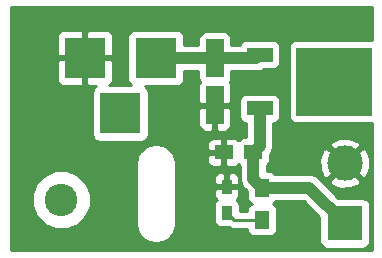
<source format=gbr>
G04 #@! TF.GenerationSoftware,KiCad,Pcbnew,(5.0.0-rc3-dev-2-g101b68b61)*
G04 #@! TF.CreationDate,2018-07-09T03:14:57+02:00*
G04 #@! TF.ProjectId,L7805 reg,4C37383035207265672E6B696361645F,rev?*
G04 #@! TF.SameCoordinates,Original*
G04 #@! TF.FileFunction,Copper,L1,Top,Signal*
G04 #@! TF.FilePolarity,Positive*
%FSLAX46Y46*%
G04 Gerber Fmt 4.6, Leading zero omitted, Abs format (unit mm)*
G04 Created by KiCad (PCBNEW (5.0.0-rc3-dev-2-g101b68b61)) date 07/09/18 03:14:57*
%MOMM*%
%LPD*%
G01*
G04 APERTURE LIST*
G04 #@! TA.AperFunction,WasherPad*
%ADD10C,2.750000*%
G04 #@! TD*
G04 #@! TA.AperFunction,ComponentPad*
%ADD11R,3.500000X3.500000*%
G04 #@! TD*
G04 #@! TA.AperFunction,SMDPad,CuDef*
%ADD12R,1.500000X3.200000*%
G04 #@! TD*
G04 #@! TA.AperFunction,SMDPad,CuDef*
%ADD13R,1.500000X1.250000*%
G04 #@! TD*
G04 #@! TA.AperFunction,SMDPad,CuDef*
%ADD14R,0.900000X1.200000*%
G04 #@! TD*
G04 #@! TA.AperFunction,ComponentPad*
%ADD15C,3.000000*%
G04 #@! TD*
G04 #@! TA.AperFunction,ComponentPad*
%ADD16R,3.000000X3.000000*%
G04 #@! TD*
G04 #@! TA.AperFunction,SMDPad,CuDef*
%ADD17R,1.300000X1.500000*%
G04 #@! TD*
G04 #@! TA.AperFunction,SMDPad,CuDef*
%ADD18R,3.050000X2.750000*%
G04 #@! TD*
G04 #@! TA.AperFunction,SMDPad,CuDef*
%ADD19R,6.400000X5.800000*%
G04 #@! TD*
G04 #@! TA.AperFunction,SMDPad,CuDef*
%ADD20R,2.200000X1.200000*%
G04 #@! TD*
G04 #@! TA.AperFunction,ViaPad*
%ADD21C,0.800000*%
G04 #@! TD*
G04 #@! TA.AperFunction,Conductor*
%ADD22C,1.000000*%
G04 #@! TD*
G04 #@! TA.AperFunction,Conductor*
%ADD23C,0.250000*%
G04 #@! TD*
G04 #@! TA.AperFunction,Conductor*
%ADD24C,0.254000*%
G04 #@! TD*
G04 APERTURE END LIST*
D10*
G04 #@! TO.P,MK1,*
G04 #@! TO.N,*
X68200000Y-83120000D03*
G04 #@! TD*
D11*
G04 #@! TO.P,J2,3*
G04 #@! TO.N,N/C*
X73200000Y-75820000D03*
G04 #@! TO.P,J2,2*
G04 #@! TO.N,GND*
X70200000Y-71120000D03*
G04 #@! TO.P,J2,1*
G04 #@! TO.N,+12V*
X76200000Y-71120000D03*
G04 #@! TD*
D12*
G04 #@! TO.P,C1,2*
G04 #@! TO.N,GND*
X81200000Y-75120000D03*
G04 #@! TO.P,C1,1*
G04 #@! TO.N,+12V*
X81200000Y-71120000D03*
G04 #@! TD*
D13*
G04 #@! TO.P,C2,2*
G04 #@! TO.N,GND*
X81950000Y-79120000D03*
G04 #@! TO.P,C2,1*
G04 #@! TO.N,Net-(C2-Pad1)*
X84450000Y-79120000D03*
G04 #@! TD*
D14*
G04 #@! TO.P,D1,2*
G04 #@! TO.N,Net-(D1-Pad2)*
X82200000Y-84220000D03*
G04 #@! TO.P,D1,1*
G04 #@! TO.N,GND*
X82200000Y-82020000D03*
G04 #@! TD*
D15*
G04 #@! TO.P,J1,2*
G04 #@! TO.N,GND*
X92200000Y-80040000D03*
D16*
G04 #@! TO.P,J1,1*
G04 #@! TO.N,Net-(C2-Pad1)*
X92200000Y-85120000D03*
G04 #@! TD*
D17*
G04 #@! TO.P,R1,2*
G04 #@! TO.N,Net-(D1-Pad2)*
X85200000Y-84820000D03*
G04 #@! TO.P,R1,1*
G04 #@! TO.N,Net-(C2-Pad1)*
X85200000Y-82120000D03*
G04 #@! TD*
D18*
G04 #@! TO.P,U1,2*
G04 #@! TO.N,GND*
X89625000Y-74645000D03*
X92975000Y-71595000D03*
X89625000Y-71595000D03*
X92975000Y-74645000D03*
D19*
X91300000Y-73120000D03*
D20*
G04 #@! TO.P,U1,3*
G04 #@! TO.N,Net-(C2-Pad1)*
X85000000Y-75400000D03*
G04 #@! TO.P,U1,1*
G04 #@! TO.N,+12V*
X85000000Y-70840000D03*
G04 #@! TD*
D21*
G04 #@! TO.N,GND*
X89200000Y-71120000D03*
X90200000Y-71120000D03*
X91200000Y-71120000D03*
X92200000Y-71120000D03*
X93200000Y-71120000D03*
X89200000Y-72120000D03*
X90200000Y-72120000D03*
X91200000Y-72120000D03*
X92200000Y-72120000D03*
X93200000Y-72120000D03*
X89200000Y-73120000D03*
X90200000Y-73120000D03*
X91200000Y-73120000D03*
X92200000Y-73120000D03*
X93200000Y-73120000D03*
X89200000Y-74120000D03*
X90200000Y-74120000D03*
X91200000Y-74120000D03*
X92200000Y-74120000D03*
X93200000Y-74120000D03*
X89200000Y-75120000D03*
X90200000Y-75120000D03*
X91200000Y-75120000D03*
X92200000Y-75120000D03*
X93200000Y-75120000D03*
G04 #@! TD*
D22*
G04 #@! TO.N,+12V*
X76200000Y-71120000D02*
X81200000Y-71120000D01*
X84720000Y-71120000D02*
X85000000Y-70840000D01*
X81200000Y-71120000D02*
X84720000Y-71120000D01*
G04 #@! TO.N,Net-(C2-Pad1)*
X85000000Y-78570000D02*
X84450000Y-79120000D01*
X85000000Y-75400000D02*
X85000000Y-78570000D01*
X84450000Y-81370000D02*
X85200000Y-82120000D01*
X84450000Y-79120000D02*
X84450000Y-81370000D01*
X89200000Y-82120000D02*
X92200000Y-85120000D01*
X85200000Y-82120000D02*
X89200000Y-82120000D01*
D23*
G04 #@! TO.N,Net-(D1-Pad2)*
X82800000Y-84820000D02*
X82200000Y-84220000D01*
X85200000Y-84820000D02*
X82800000Y-84820000D01*
G04 #@! TD*
D24*
G04 #@! TO.N,GND*
G36*
X94490000Y-69585000D02*
X91323691Y-69585000D01*
X91300000Y-69594813D01*
X91276309Y-69585000D01*
X87973691Y-69585000D01*
X87740302Y-69681673D01*
X87561673Y-69860301D01*
X87465000Y-70093690D01*
X87465000Y-73096310D01*
X87474813Y-73120000D01*
X87465000Y-73143690D01*
X87465000Y-76146310D01*
X87561673Y-76379699D01*
X87740302Y-76558327D01*
X87973691Y-76655000D01*
X91276309Y-76655000D01*
X91300000Y-76645187D01*
X91323691Y-76655000D01*
X94490000Y-76655000D01*
X94490001Y-87410000D01*
X63910000Y-87410000D01*
X63910000Y-82622321D01*
X65698000Y-82622321D01*
X65698000Y-83617679D01*
X66078907Y-84537269D01*
X66782731Y-85241093D01*
X67702321Y-85622000D01*
X68697679Y-85622000D01*
X69617269Y-85241093D01*
X70321093Y-84537269D01*
X70702000Y-83617679D01*
X70702000Y-82622321D01*
X70321093Y-81702731D01*
X69617269Y-80998907D01*
X68697679Y-80618000D01*
X67702321Y-80618000D01*
X66782731Y-80998907D01*
X66078907Y-81702731D01*
X65698000Y-82622321D01*
X63910000Y-82622321D01*
X63910000Y-80050075D01*
X74490000Y-80050075D01*
X74490001Y-85189926D01*
X74503642Y-85258504D01*
X74503642Y-85258513D01*
X74579762Y-85641196D01*
X74599395Y-85688593D01*
X74685776Y-85897138D01*
X74902549Y-86221561D01*
X74902550Y-86221562D01*
X75098438Y-86417451D01*
X75422862Y-86634223D01*
X75528877Y-86678136D01*
X75678804Y-86740238D01*
X76061486Y-86816358D01*
X76338513Y-86816358D01*
X76721196Y-86740238D01*
X76796160Y-86709187D01*
X76977138Y-86634224D01*
X77301561Y-86417451D01*
X77301562Y-86417450D01*
X77497451Y-86221562D01*
X77714223Y-85897138D01*
X77759096Y-85788805D01*
X77820238Y-85641196D01*
X77896358Y-85258514D01*
X77896358Y-85258509D01*
X77910000Y-85189926D01*
X77910000Y-83620000D01*
X81102560Y-83620000D01*
X81102560Y-84820000D01*
X81151843Y-85067765D01*
X81292191Y-85277809D01*
X81502235Y-85418157D01*
X81750000Y-85467440D01*
X82401000Y-85467440D01*
X82503463Y-85535904D01*
X82725148Y-85580000D01*
X82725152Y-85580000D01*
X82799999Y-85594888D01*
X82874846Y-85580000D01*
X83904549Y-85580000D01*
X83951843Y-85817765D01*
X84092191Y-86027809D01*
X84302235Y-86168157D01*
X84550000Y-86217440D01*
X85850000Y-86217440D01*
X86097765Y-86168157D01*
X86307809Y-86027809D01*
X86448157Y-85817765D01*
X86497440Y-85570000D01*
X86497440Y-84070000D01*
X86448157Y-83822235D01*
X86307809Y-83612191D01*
X86097765Y-83471843D01*
X86088500Y-83470000D01*
X86097765Y-83468157D01*
X86307809Y-83327809D01*
X86356459Y-83255000D01*
X88729869Y-83255000D01*
X90052560Y-84577692D01*
X90052560Y-86620000D01*
X90101843Y-86867765D01*
X90242191Y-87077809D01*
X90452235Y-87218157D01*
X90700000Y-87267440D01*
X93700000Y-87267440D01*
X93947765Y-87218157D01*
X94157809Y-87077809D01*
X94298157Y-86867765D01*
X94347440Y-86620000D01*
X94347440Y-83620000D01*
X94298157Y-83372235D01*
X94157809Y-83162191D01*
X93947765Y-83021843D01*
X93700000Y-82972560D01*
X91657692Y-82972560D01*
X90239102Y-81553970D01*
X90865635Y-81553970D01*
X91025418Y-81872739D01*
X91816187Y-82182723D01*
X92665387Y-82166497D01*
X93374582Y-81872739D01*
X93534365Y-81553970D01*
X92200000Y-80219605D01*
X90865635Y-81553970D01*
X90239102Y-81553970D01*
X90081613Y-81396482D01*
X90018289Y-81301711D01*
X89642855Y-81050854D01*
X89311783Y-80985000D01*
X89200000Y-80962765D01*
X89088217Y-80985000D01*
X86356459Y-80985000D01*
X86307809Y-80912191D01*
X86097765Y-80771843D01*
X85850000Y-80722560D01*
X85585000Y-80722560D01*
X85585000Y-80251459D01*
X85657809Y-80202809D01*
X85798157Y-79992765D01*
X85847440Y-79745000D01*
X85847440Y-79656187D01*
X90057277Y-79656187D01*
X90073503Y-80505387D01*
X90367261Y-81214582D01*
X90686030Y-81374365D01*
X92020395Y-80040000D01*
X92379605Y-80040000D01*
X93713970Y-81374365D01*
X94032739Y-81214582D01*
X94342723Y-80423813D01*
X94326497Y-79574613D01*
X94032739Y-78865418D01*
X93713970Y-78705635D01*
X92379605Y-80040000D01*
X92020395Y-80040000D01*
X90686030Y-78705635D01*
X90367261Y-78865418D01*
X90057277Y-79656187D01*
X85847440Y-79656187D01*
X85847440Y-79344661D01*
X86069146Y-79012855D01*
X86135000Y-78681783D01*
X86157235Y-78570001D01*
X86148489Y-78526030D01*
X90865635Y-78526030D01*
X92200000Y-79860395D01*
X93534365Y-78526030D01*
X93374582Y-78207261D01*
X92583813Y-77897277D01*
X91734613Y-77913503D01*
X91025418Y-78207261D01*
X90865635Y-78526030D01*
X86148489Y-78526030D01*
X86135000Y-78458219D01*
X86135000Y-76640478D01*
X86347765Y-76598157D01*
X86557809Y-76457809D01*
X86698157Y-76247765D01*
X86747440Y-76000000D01*
X86747440Y-74800000D01*
X86698157Y-74552235D01*
X86557809Y-74342191D01*
X86347765Y-74201843D01*
X86100000Y-74152560D01*
X83900000Y-74152560D01*
X83652235Y-74201843D01*
X83442191Y-74342191D01*
X83301843Y-74552235D01*
X83252560Y-74800000D01*
X83252560Y-76000000D01*
X83301843Y-76247765D01*
X83442191Y-76457809D01*
X83652235Y-76598157D01*
X83865000Y-76640478D01*
X83865001Y-77847560D01*
X83700000Y-77847560D01*
X83452235Y-77896843D01*
X83242191Y-78037191D01*
X83201346Y-78098320D01*
X83059698Y-77956673D01*
X82826309Y-77860000D01*
X82235750Y-77860000D01*
X82077000Y-78018750D01*
X82077000Y-78993000D01*
X82097000Y-78993000D01*
X82097000Y-79247000D01*
X82077000Y-79247000D01*
X82077000Y-80221250D01*
X82235750Y-80380000D01*
X82826309Y-80380000D01*
X83059698Y-80283327D01*
X83201346Y-80141680D01*
X83242191Y-80202809D01*
X83315001Y-80251459D01*
X83315001Y-81258212D01*
X83292765Y-81370000D01*
X83380854Y-81812854D01*
X83380855Y-81812855D01*
X83631712Y-82188289D01*
X83726479Y-82251611D01*
X83902560Y-82427691D01*
X83902560Y-82870000D01*
X83951843Y-83117765D01*
X84092191Y-83327809D01*
X84302235Y-83468157D01*
X84311500Y-83470000D01*
X84302235Y-83471843D01*
X84092191Y-83612191D01*
X83951843Y-83822235D01*
X83904549Y-84060000D01*
X83297440Y-84060000D01*
X83297440Y-83620000D01*
X83248157Y-83372235D01*
X83107809Y-83162191D01*
X83046680Y-83121346D01*
X83188327Y-82979698D01*
X83285000Y-82746309D01*
X83285000Y-82305750D01*
X83126250Y-82147000D01*
X82327000Y-82147000D01*
X82327000Y-82167000D01*
X82073000Y-82167000D01*
X82073000Y-82147000D01*
X81273750Y-82147000D01*
X81115000Y-82305750D01*
X81115000Y-82746309D01*
X81211673Y-82979698D01*
X81353320Y-83121346D01*
X81292191Y-83162191D01*
X81151843Y-83372235D01*
X81102560Y-83620000D01*
X77910000Y-83620000D01*
X77910000Y-81293691D01*
X81115000Y-81293691D01*
X81115000Y-81734250D01*
X81273750Y-81893000D01*
X82073000Y-81893000D01*
X82073000Y-80943750D01*
X82327000Y-80943750D01*
X82327000Y-81893000D01*
X83126250Y-81893000D01*
X83285000Y-81734250D01*
X83285000Y-81293691D01*
X83188327Y-81060302D01*
X83009699Y-80881673D01*
X82776310Y-80785000D01*
X82485750Y-80785000D01*
X82327000Y-80943750D01*
X82073000Y-80943750D01*
X81914250Y-80785000D01*
X81623690Y-80785000D01*
X81390301Y-80881673D01*
X81211673Y-81060302D01*
X81115000Y-81293691D01*
X77910000Y-81293691D01*
X77910000Y-80050074D01*
X77896358Y-79981491D01*
X77896358Y-79981486D01*
X77820238Y-79598804D01*
X77740272Y-79405750D01*
X80565000Y-79405750D01*
X80565000Y-79871310D01*
X80661673Y-80104699D01*
X80840302Y-80283327D01*
X81073691Y-80380000D01*
X81664250Y-80380000D01*
X81823000Y-80221250D01*
X81823000Y-79247000D01*
X80723750Y-79247000D01*
X80565000Y-79405750D01*
X77740272Y-79405750D01*
X77714223Y-79342863D01*
X77714223Y-79342862D01*
X77497451Y-79018438D01*
X77301562Y-78822550D01*
X77301561Y-78822549D01*
X76977138Y-78605776D01*
X76784612Y-78526030D01*
X76721196Y-78499762D01*
X76338513Y-78423642D01*
X76061486Y-78423642D01*
X75678804Y-78499762D01*
X75606632Y-78529657D01*
X75422862Y-78605777D01*
X75098438Y-78822549D01*
X74939501Y-78981487D01*
X74902549Y-79018439D01*
X74685776Y-79342862D01*
X74640904Y-79451195D01*
X74579762Y-79598804D01*
X74503642Y-79981487D01*
X74503642Y-79981492D01*
X74490000Y-80050075D01*
X63910000Y-80050075D01*
X63910000Y-78368690D01*
X80565000Y-78368690D01*
X80565000Y-78834250D01*
X80723750Y-78993000D01*
X81823000Y-78993000D01*
X81823000Y-78018750D01*
X81664250Y-77860000D01*
X81073691Y-77860000D01*
X80840302Y-77956673D01*
X80661673Y-78135301D01*
X80565000Y-78368690D01*
X63910000Y-78368690D01*
X63910000Y-71405750D01*
X67815000Y-71405750D01*
X67815000Y-72996310D01*
X67911673Y-73229699D01*
X68090302Y-73408327D01*
X68323691Y-73505000D01*
X69914250Y-73505000D01*
X70073000Y-73346250D01*
X70073000Y-71247000D01*
X70327000Y-71247000D01*
X70327000Y-73346250D01*
X70485750Y-73505000D01*
X71152612Y-73505000D01*
X70992191Y-73612191D01*
X70851843Y-73822235D01*
X70802560Y-74070000D01*
X70802560Y-77570000D01*
X70851843Y-77817765D01*
X70992191Y-78027809D01*
X71202235Y-78168157D01*
X71450000Y-78217440D01*
X74950000Y-78217440D01*
X75197765Y-78168157D01*
X75407809Y-78027809D01*
X75548157Y-77817765D01*
X75597440Y-77570000D01*
X75597440Y-75405750D01*
X79815000Y-75405750D01*
X79815000Y-76846309D01*
X79911673Y-77079698D01*
X80090301Y-77258327D01*
X80323690Y-77355000D01*
X80914250Y-77355000D01*
X81073000Y-77196250D01*
X81073000Y-75247000D01*
X81327000Y-75247000D01*
X81327000Y-77196250D01*
X81485750Y-77355000D01*
X82076310Y-77355000D01*
X82309699Y-77258327D01*
X82488327Y-77079698D01*
X82585000Y-76846309D01*
X82585000Y-75405750D01*
X82426250Y-75247000D01*
X81327000Y-75247000D01*
X81073000Y-75247000D01*
X79973750Y-75247000D01*
X79815000Y-75405750D01*
X75597440Y-75405750D01*
X75597440Y-74070000D01*
X75548157Y-73822235D01*
X75407809Y-73612191D01*
X75266005Y-73517440D01*
X77950000Y-73517440D01*
X78197765Y-73468157D01*
X78407809Y-73327809D01*
X78548157Y-73117765D01*
X78597440Y-72870000D01*
X78597440Y-72255000D01*
X79802560Y-72255000D01*
X79802560Y-72720000D01*
X79851843Y-72967765D01*
X79952927Y-73119047D01*
X79911673Y-73160302D01*
X79815000Y-73393691D01*
X79815000Y-74834250D01*
X79973750Y-74993000D01*
X81073000Y-74993000D01*
X81073000Y-74973000D01*
X81327000Y-74973000D01*
X81327000Y-74993000D01*
X82426250Y-74993000D01*
X82585000Y-74834250D01*
X82585000Y-73393691D01*
X82488327Y-73160302D01*
X82447073Y-73119047D01*
X82548157Y-72967765D01*
X82597440Y-72720000D01*
X82597440Y-72255000D01*
X84608217Y-72255000D01*
X84720000Y-72277235D01*
X84831783Y-72255000D01*
X85162855Y-72189146D01*
X85315069Y-72087440D01*
X86100000Y-72087440D01*
X86347765Y-72038157D01*
X86557809Y-71897809D01*
X86698157Y-71687765D01*
X86747440Y-71440000D01*
X86747440Y-70240000D01*
X86698157Y-69992235D01*
X86557809Y-69782191D01*
X86347765Y-69641843D01*
X86100000Y-69592560D01*
X83900000Y-69592560D01*
X83652235Y-69641843D01*
X83442191Y-69782191D01*
X83306677Y-69985000D01*
X82597440Y-69985000D01*
X82597440Y-69520000D01*
X82548157Y-69272235D01*
X82407809Y-69062191D01*
X82197765Y-68921843D01*
X81950000Y-68872560D01*
X80450000Y-68872560D01*
X80202235Y-68921843D01*
X79992191Y-69062191D01*
X79851843Y-69272235D01*
X79802560Y-69520000D01*
X79802560Y-69985000D01*
X78597440Y-69985000D01*
X78597440Y-69370000D01*
X78548157Y-69122235D01*
X78407809Y-68912191D01*
X78197765Y-68771843D01*
X77950000Y-68722560D01*
X74450000Y-68722560D01*
X74202235Y-68771843D01*
X73992191Y-68912191D01*
X73851843Y-69122235D01*
X73802560Y-69370000D01*
X73802560Y-72870000D01*
X73851843Y-73117765D01*
X73992191Y-73327809D01*
X74133995Y-73422560D01*
X72275337Y-73422560D01*
X72309698Y-73408327D01*
X72488327Y-73229699D01*
X72585000Y-72996310D01*
X72585000Y-71405750D01*
X72426250Y-71247000D01*
X70327000Y-71247000D01*
X70073000Y-71247000D01*
X67973750Y-71247000D01*
X67815000Y-71405750D01*
X63910000Y-71405750D01*
X63910000Y-69243690D01*
X67815000Y-69243690D01*
X67815000Y-70834250D01*
X67973750Y-70993000D01*
X70073000Y-70993000D01*
X70073000Y-68893750D01*
X70327000Y-68893750D01*
X70327000Y-70993000D01*
X72426250Y-70993000D01*
X72585000Y-70834250D01*
X72585000Y-69243690D01*
X72488327Y-69010301D01*
X72309698Y-68831673D01*
X72076309Y-68735000D01*
X70485750Y-68735000D01*
X70327000Y-68893750D01*
X70073000Y-68893750D01*
X69914250Y-68735000D01*
X68323691Y-68735000D01*
X68090302Y-68831673D01*
X67911673Y-69010301D01*
X67815000Y-69243690D01*
X63910000Y-69243690D01*
X63910000Y-66830000D01*
X94490000Y-66830000D01*
X94490000Y-69585000D01*
X94490000Y-69585000D01*
G37*
X94490000Y-69585000D02*
X91323691Y-69585000D01*
X91300000Y-69594813D01*
X91276309Y-69585000D01*
X87973691Y-69585000D01*
X87740302Y-69681673D01*
X87561673Y-69860301D01*
X87465000Y-70093690D01*
X87465000Y-73096310D01*
X87474813Y-73120000D01*
X87465000Y-73143690D01*
X87465000Y-76146310D01*
X87561673Y-76379699D01*
X87740302Y-76558327D01*
X87973691Y-76655000D01*
X91276309Y-76655000D01*
X91300000Y-76645187D01*
X91323691Y-76655000D01*
X94490000Y-76655000D01*
X94490001Y-87410000D01*
X63910000Y-87410000D01*
X63910000Y-82622321D01*
X65698000Y-82622321D01*
X65698000Y-83617679D01*
X66078907Y-84537269D01*
X66782731Y-85241093D01*
X67702321Y-85622000D01*
X68697679Y-85622000D01*
X69617269Y-85241093D01*
X70321093Y-84537269D01*
X70702000Y-83617679D01*
X70702000Y-82622321D01*
X70321093Y-81702731D01*
X69617269Y-80998907D01*
X68697679Y-80618000D01*
X67702321Y-80618000D01*
X66782731Y-80998907D01*
X66078907Y-81702731D01*
X65698000Y-82622321D01*
X63910000Y-82622321D01*
X63910000Y-80050075D01*
X74490000Y-80050075D01*
X74490001Y-85189926D01*
X74503642Y-85258504D01*
X74503642Y-85258513D01*
X74579762Y-85641196D01*
X74599395Y-85688593D01*
X74685776Y-85897138D01*
X74902549Y-86221561D01*
X74902550Y-86221562D01*
X75098438Y-86417451D01*
X75422862Y-86634223D01*
X75528877Y-86678136D01*
X75678804Y-86740238D01*
X76061486Y-86816358D01*
X76338513Y-86816358D01*
X76721196Y-86740238D01*
X76796160Y-86709187D01*
X76977138Y-86634224D01*
X77301561Y-86417451D01*
X77301562Y-86417450D01*
X77497451Y-86221562D01*
X77714223Y-85897138D01*
X77759096Y-85788805D01*
X77820238Y-85641196D01*
X77896358Y-85258514D01*
X77896358Y-85258509D01*
X77910000Y-85189926D01*
X77910000Y-83620000D01*
X81102560Y-83620000D01*
X81102560Y-84820000D01*
X81151843Y-85067765D01*
X81292191Y-85277809D01*
X81502235Y-85418157D01*
X81750000Y-85467440D01*
X82401000Y-85467440D01*
X82503463Y-85535904D01*
X82725148Y-85580000D01*
X82725152Y-85580000D01*
X82799999Y-85594888D01*
X82874846Y-85580000D01*
X83904549Y-85580000D01*
X83951843Y-85817765D01*
X84092191Y-86027809D01*
X84302235Y-86168157D01*
X84550000Y-86217440D01*
X85850000Y-86217440D01*
X86097765Y-86168157D01*
X86307809Y-86027809D01*
X86448157Y-85817765D01*
X86497440Y-85570000D01*
X86497440Y-84070000D01*
X86448157Y-83822235D01*
X86307809Y-83612191D01*
X86097765Y-83471843D01*
X86088500Y-83470000D01*
X86097765Y-83468157D01*
X86307809Y-83327809D01*
X86356459Y-83255000D01*
X88729869Y-83255000D01*
X90052560Y-84577692D01*
X90052560Y-86620000D01*
X90101843Y-86867765D01*
X90242191Y-87077809D01*
X90452235Y-87218157D01*
X90700000Y-87267440D01*
X93700000Y-87267440D01*
X93947765Y-87218157D01*
X94157809Y-87077809D01*
X94298157Y-86867765D01*
X94347440Y-86620000D01*
X94347440Y-83620000D01*
X94298157Y-83372235D01*
X94157809Y-83162191D01*
X93947765Y-83021843D01*
X93700000Y-82972560D01*
X91657692Y-82972560D01*
X90239102Y-81553970D01*
X90865635Y-81553970D01*
X91025418Y-81872739D01*
X91816187Y-82182723D01*
X92665387Y-82166497D01*
X93374582Y-81872739D01*
X93534365Y-81553970D01*
X92200000Y-80219605D01*
X90865635Y-81553970D01*
X90239102Y-81553970D01*
X90081613Y-81396482D01*
X90018289Y-81301711D01*
X89642855Y-81050854D01*
X89311783Y-80985000D01*
X89200000Y-80962765D01*
X89088217Y-80985000D01*
X86356459Y-80985000D01*
X86307809Y-80912191D01*
X86097765Y-80771843D01*
X85850000Y-80722560D01*
X85585000Y-80722560D01*
X85585000Y-80251459D01*
X85657809Y-80202809D01*
X85798157Y-79992765D01*
X85847440Y-79745000D01*
X85847440Y-79656187D01*
X90057277Y-79656187D01*
X90073503Y-80505387D01*
X90367261Y-81214582D01*
X90686030Y-81374365D01*
X92020395Y-80040000D01*
X92379605Y-80040000D01*
X93713970Y-81374365D01*
X94032739Y-81214582D01*
X94342723Y-80423813D01*
X94326497Y-79574613D01*
X94032739Y-78865418D01*
X93713970Y-78705635D01*
X92379605Y-80040000D01*
X92020395Y-80040000D01*
X90686030Y-78705635D01*
X90367261Y-78865418D01*
X90057277Y-79656187D01*
X85847440Y-79656187D01*
X85847440Y-79344661D01*
X86069146Y-79012855D01*
X86135000Y-78681783D01*
X86157235Y-78570001D01*
X86148489Y-78526030D01*
X90865635Y-78526030D01*
X92200000Y-79860395D01*
X93534365Y-78526030D01*
X93374582Y-78207261D01*
X92583813Y-77897277D01*
X91734613Y-77913503D01*
X91025418Y-78207261D01*
X90865635Y-78526030D01*
X86148489Y-78526030D01*
X86135000Y-78458219D01*
X86135000Y-76640478D01*
X86347765Y-76598157D01*
X86557809Y-76457809D01*
X86698157Y-76247765D01*
X86747440Y-76000000D01*
X86747440Y-74800000D01*
X86698157Y-74552235D01*
X86557809Y-74342191D01*
X86347765Y-74201843D01*
X86100000Y-74152560D01*
X83900000Y-74152560D01*
X83652235Y-74201843D01*
X83442191Y-74342191D01*
X83301843Y-74552235D01*
X83252560Y-74800000D01*
X83252560Y-76000000D01*
X83301843Y-76247765D01*
X83442191Y-76457809D01*
X83652235Y-76598157D01*
X83865000Y-76640478D01*
X83865001Y-77847560D01*
X83700000Y-77847560D01*
X83452235Y-77896843D01*
X83242191Y-78037191D01*
X83201346Y-78098320D01*
X83059698Y-77956673D01*
X82826309Y-77860000D01*
X82235750Y-77860000D01*
X82077000Y-78018750D01*
X82077000Y-78993000D01*
X82097000Y-78993000D01*
X82097000Y-79247000D01*
X82077000Y-79247000D01*
X82077000Y-80221250D01*
X82235750Y-80380000D01*
X82826309Y-80380000D01*
X83059698Y-80283327D01*
X83201346Y-80141680D01*
X83242191Y-80202809D01*
X83315001Y-80251459D01*
X83315001Y-81258212D01*
X83292765Y-81370000D01*
X83380854Y-81812854D01*
X83380855Y-81812855D01*
X83631712Y-82188289D01*
X83726479Y-82251611D01*
X83902560Y-82427691D01*
X83902560Y-82870000D01*
X83951843Y-83117765D01*
X84092191Y-83327809D01*
X84302235Y-83468157D01*
X84311500Y-83470000D01*
X84302235Y-83471843D01*
X84092191Y-83612191D01*
X83951843Y-83822235D01*
X83904549Y-84060000D01*
X83297440Y-84060000D01*
X83297440Y-83620000D01*
X83248157Y-83372235D01*
X83107809Y-83162191D01*
X83046680Y-83121346D01*
X83188327Y-82979698D01*
X83285000Y-82746309D01*
X83285000Y-82305750D01*
X83126250Y-82147000D01*
X82327000Y-82147000D01*
X82327000Y-82167000D01*
X82073000Y-82167000D01*
X82073000Y-82147000D01*
X81273750Y-82147000D01*
X81115000Y-82305750D01*
X81115000Y-82746309D01*
X81211673Y-82979698D01*
X81353320Y-83121346D01*
X81292191Y-83162191D01*
X81151843Y-83372235D01*
X81102560Y-83620000D01*
X77910000Y-83620000D01*
X77910000Y-81293691D01*
X81115000Y-81293691D01*
X81115000Y-81734250D01*
X81273750Y-81893000D01*
X82073000Y-81893000D01*
X82073000Y-80943750D01*
X82327000Y-80943750D01*
X82327000Y-81893000D01*
X83126250Y-81893000D01*
X83285000Y-81734250D01*
X83285000Y-81293691D01*
X83188327Y-81060302D01*
X83009699Y-80881673D01*
X82776310Y-80785000D01*
X82485750Y-80785000D01*
X82327000Y-80943750D01*
X82073000Y-80943750D01*
X81914250Y-80785000D01*
X81623690Y-80785000D01*
X81390301Y-80881673D01*
X81211673Y-81060302D01*
X81115000Y-81293691D01*
X77910000Y-81293691D01*
X77910000Y-80050074D01*
X77896358Y-79981491D01*
X77896358Y-79981486D01*
X77820238Y-79598804D01*
X77740272Y-79405750D01*
X80565000Y-79405750D01*
X80565000Y-79871310D01*
X80661673Y-80104699D01*
X80840302Y-80283327D01*
X81073691Y-80380000D01*
X81664250Y-80380000D01*
X81823000Y-80221250D01*
X81823000Y-79247000D01*
X80723750Y-79247000D01*
X80565000Y-79405750D01*
X77740272Y-79405750D01*
X77714223Y-79342863D01*
X77714223Y-79342862D01*
X77497451Y-79018438D01*
X77301562Y-78822550D01*
X77301561Y-78822549D01*
X76977138Y-78605776D01*
X76784612Y-78526030D01*
X76721196Y-78499762D01*
X76338513Y-78423642D01*
X76061486Y-78423642D01*
X75678804Y-78499762D01*
X75606632Y-78529657D01*
X75422862Y-78605777D01*
X75098438Y-78822549D01*
X74939501Y-78981487D01*
X74902549Y-79018439D01*
X74685776Y-79342862D01*
X74640904Y-79451195D01*
X74579762Y-79598804D01*
X74503642Y-79981487D01*
X74503642Y-79981492D01*
X74490000Y-80050075D01*
X63910000Y-80050075D01*
X63910000Y-78368690D01*
X80565000Y-78368690D01*
X80565000Y-78834250D01*
X80723750Y-78993000D01*
X81823000Y-78993000D01*
X81823000Y-78018750D01*
X81664250Y-77860000D01*
X81073691Y-77860000D01*
X80840302Y-77956673D01*
X80661673Y-78135301D01*
X80565000Y-78368690D01*
X63910000Y-78368690D01*
X63910000Y-71405750D01*
X67815000Y-71405750D01*
X67815000Y-72996310D01*
X67911673Y-73229699D01*
X68090302Y-73408327D01*
X68323691Y-73505000D01*
X69914250Y-73505000D01*
X70073000Y-73346250D01*
X70073000Y-71247000D01*
X70327000Y-71247000D01*
X70327000Y-73346250D01*
X70485750Y-73505000D01*
X71152612Y-73505000D01*
X70992191Y-73612191D01*
X70851843Y-73822235D01*
X70802560Y-74070000D01*
X70802560Y-77570000D01*
X70851843Y-77817765D01*
X70992191Y-78027809D01*
X71202235Y-78168157D01*
X71450000Y-78217440D01*
X74950000Y-78217440D01*
X75197765Y-78168157D01*
X75407809Y-78027809D01*
X75548157Y-77817765D01*
X75597440Y-77570000D01*
X75597440Y-75405750D01*
X79815000Y-75405750D01*
X79815000Y-76846309D01*
X79911673Y-77079698D01*
X80090301Y-77258327D01*
X80323690Y-77355000D01*
X80914250Y-77355000D01*
X81073000Y-77196250D01*
X81073000Y-75247000D01*
X81327000Y-75247000D01*
X81327000Y-77196250D01*
X81485750Y-77355000D01*
X82076310Y-77355000D01*
X82309699Y-77258327D01*
X82488327Y-77079698D01*
X82585000Y-76846309D01*
X82585000Y-75405750D01*
X82426250Y-75247000D01*
X81327000Y-75247000D01*
X81073000Y-75247000D01*
X79973750Y-75247000D01*
X79815000Y-75405750D01*
X75597440Y-75405750D01*
X75597440Y-74070000D01*
X75548157Y-73822235D01*
X75407809Y-73612191D01*
X75266005Y-73517440D01*
X77950000Y-73517440D01*
X78197765Y-73468157D01*
X78407809Y-73327809D01*
X78548157Y-73117765D01*
X78597440Y-72870000D01*
X78597440Y-72255000D01*
X79802560Y-72255000D01*
X79802560Y-72720000D01*
X79851843Y-72967765D01*
X79952927Y-73119047D01*
X79911673Y-73160302D01*
X79815000Y-73393691D01*
X79815000Y-74834250D01*
X79973750Y-74993000D01*
X81073000Y-74993000D01*
X81073000Y-74973000D01*
X81327000Y-74973000D01*
X81327000Y-74993000D01*
X82426250Y-74993000D01*
X82585000Y-74834250D01*
X82585000Y-73393691D01*
X82488327Y-73160302D01*
X82447073Y-73119047D01*
X82548157Y-72967765D01*
X82597440Y-72720000D01*
X82597440Y-72255000D01*
X84608217Y-72255000D01*
X84720000Y-72277235D01*
X84831783Y-72255000D01*
X85162855Y-72189146D01*
X85315069Y-72087440D01*
X86100000Y-72087440D01*
X86347765Y-72038157D01*
X86557809Y-71897809D01*
X86698157Y-71687765D01*
X86747440Y-71440000D01*
X86747440Y-70240000D01*
X86698157Y-69992235D01*
X86557809Y-69782191D01*
X86347765Y-69641843D01*
X86100000Y-69592560D01*
X83900000Y-69592560D01*
X83652235Y-69641843D01*
X83442191Y-69782191D01*
X83306677Y-69985000D01*
X82597440Y-69985000D01*
X82597440Y-69520000D01*
X82548157Y-69272235D01*
X82407809Y-69062191D01*
X82197765Y-68921843D01*
X81950000Y-68872560D01*
X80450000Y-68872560D01*
X80202235Y-68921843D01*
X79992191Y-69062191D01*
X79851843Y-69272235D01*
X79802560Y-69520000D01*
X79802560Y-69985000D01*
X78597440Y-69985000D01*
X78597440Y-69370000D01*
X78548157Y-69122235D01*
X78407809Y-68912191D01*
X78197765Y-68771843D01*
X77950000Y-68722560D01*
X74450000Y-68722560D01*
X74202235Y-68771843D01*
X73992191Y-68912191D01*
X73851843Y-69122235D01*
X73802560Y-69370000D01*
X73802560Y-72870000D01*
X73851843Y-73117765D01*
X73992191Y-73327809D01*
X74133995Y-73422560D01*
X72275337Y-73422560D01*
X72309698Y-73408327D01*
X72488327Y-73229699D01*
X72585000Y-72996310D01*
X72585000Y-71405750D01*
X72426250Y-71247000D01*
X70327000Y-71247000D01*
X70073000Y-71247000D01*
X67973750Y-71247000D01*
X67815000Y-71405750D01*
X63910000Y-71405750D01*
X63910000Y-69243690D01*
X67815000Y-69243690D01*
X67815000Y-70834250D01*
X67973750Y-70993000D01*
X70073000Y-70993000D01*
X70073000Y-68893750D01*
X70327000Y-68893750D01*
X70327000Y-70993000D01*
X72426250Y-70993000D01*
X72585000Y-70834250D01*
X72585000Y-69243690D01*
X72488327Y-69010301D01*
X72309698Y-68831673D01*
X72076309Y-68735000D01*
X70485750Y-68735000D01*
X70327000Y-68893750D01*
X70073000Y-68893750D01*
X69914250Y-68735000D01*
X68323691Y-68735000D01*
X68090302Y-68831673D01*
X67911673Y-69010301D01*
X67815000Y-69243690D01*
X63910000Y-69243690D01*
X63910000Y-66830000D01*
X94490000Y-66830000D01*
X94490000Y-69585000D01*
G04 #@! TD*
M02*

</source>
